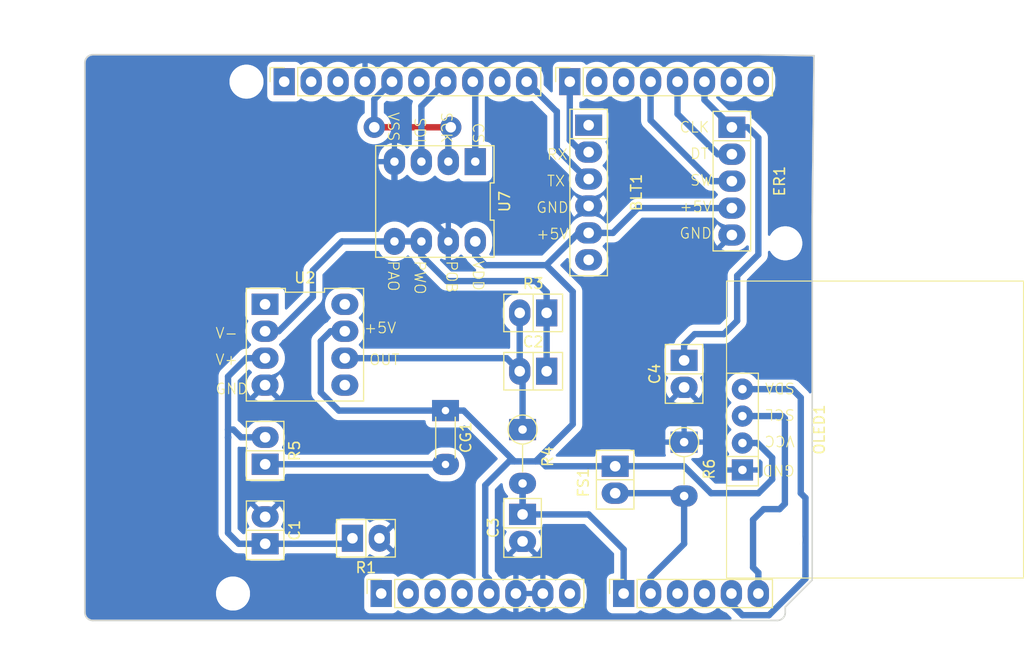
<source format=kicad_pcb>
(kicad_pcb (version 20241229) (generator "pcbnew") (generator_version "9.0")
  (title_block (date "mar. 31 mars 2015"))
  (layers (0 "F.Cu" signal) (2 "B.Cu" signal) (13 "F.Paste" user) (15 "B.Paste" user) (5 "F.SilkS" user "F.Silkscreen") (7 "B.SilkS" user "B.Silkscreen") (1 "F.Mask" user) (3 "B.Mask" user) (25 "Edge.Cuts" user))
  (net 0 "")
  (net 1 "GND")
  (net 3 "+5V")
  (net 4 "/IOREF")
  (net 5 "Net-(U2-+)")
  (net 7 "/A2")
  (net 8 "/A3")
  (net 9 "TX")
  (net 10 "RX")
  (net 12 "/12")
  (net 13 "/AREF")
  (net 14 "R2")
  (net 15 "ADC")
  (net 16 "CLK")
  (net 17 "Net-(CG1-OUT)")
  (net 18 "/*9")
  (net 19 "DT")
  (net 20 "SW")
  (net 21 "/*6")
  (net 22 "/*5")
  (net 23 "/TX{slash}1")
  (net 24 "FS")
  (net 25 "/RX{slash}0")
  (net 26 "+3V3")
  (net 27 "VCC")
  (net 28 "/~{RESET}")
  (net 29 "Net-(C2-Pad2)")
  (net 30 "SDI")
  (net 31 "SCL")
  (net 32 "SCK")
  (net 36 "CS")
  (net 37 "SDA")
  (footprint "Connector_PinSocket_2.54mm:PinSocket_1x08_P2.54mm_Vertical" (layer "F.Cu") (at 127.94 97.46 90)
    (property "Reference" "J1" (hide yes))
    (property "Value" "Power")
    (fp_line (start 1.33 -1.33) (end 1.33 0) (stroke (width 0.12)) (layer "F.SilkS"))
    (fp_line (start 0 -1.33) (end 1.33 -1.33) (stroke (width 0.12)) (layer "F.SilkS"))
    (fp_line (start 1.33 1.27) (end 1.33 19.11) (stroke (width 0.12)) (layer "F.SilkS"))
    (fp_line (start -1.33 1.27) (end 1.33 1.27) (stroke (width 0.12)) (layer "F.SilkS"))
    (fp_line (start -1.33 1.27) (end -1.33 19.11) (stroke (width 0.12)) (layer "F.SilkS"))
    (fp_line (start -1.33 19.11) (end 1.33 19.11) (stroke (width 0.12)) (layer "F.SilkS"))
    (pad "1" thru_hole rect (at 0 0 90) (size 2.54 2) (drill 1) (layers "*.Cu" "*.Mask"))
    (pad "2" thru_hole oval (at 0 2.54 90) (size 2.54 2) (drill 1) (layers "*.Cu" "*.Mask") (net 4 "/IOREF"))
    (pad "3" thru_hole oval (at 0 5.08 90) (size 2.54 2) (drill 1) (layers "*.Cu" "*.Mask") (net 28 "/~{RESET}"))
    (pad "4" thru_hole oval (at 0 7.62 90) (size 2.54 2) (drill 1) (layers "*.Cu" "*.Mask") (net 26 "+3V3"))
    (pad "5" thru_hole oval (at 0 10.16 90) (size 2.54 2) (drill 1) (layers "*.Cu" "*.Mask") (net 3 "+5V"))
    (pad "6" thru_hole oval (at 0 12.7 90) (size 2.54 2) (drill 1) (layers "*.Cu" "*.Mask") (net 1 "GND"))
    (pad "7" thru_hole oval (at 0 15.24 90) (size 2.54 2) (drill 1) (layers "*.Cu" "*.Mask") (net 1 "GND"))
    (pad "8" thru_hole oval (at 0 17.78 90) (size 2.54 2) (drill 1) (layers "*.Cu" "*.Mask") (net 27 "VCC"))
  )
  (footprint "Connector_PinSocket_2.54mm:PinSocket_1x06_P2.54mm_Vertical" (layer "F.Cu") (at 150.8 97.46 90)
    (property "Reference" "J3" (hide yes))
    (property "Value" "Analog")
    (fp_line (start 1.33 -1.33) (end 1.33 0) (stroke (width 0.12)) (layer "F.SilkS"))
    (fp_line (start 0 -1.33) (end 1.33 -1.33) (stroke (width 0.12)) (layer "F.SilkS"))
    (fp_line (start 1.33 1.27) (end 1.33 14.03) (stroke (width 0.12)) (layer "F.SilkS"))
    (fp_line (start -1.33 1.27) (end 1.33 1.27) (stroke (width 0.12)) (layer "F.SilkS"))
    (fp_line (start -1.33 1.27) (end -1.33 14.03) (stroke (width 0.12)) (layer "F.SilkS"))
    (fp_line (start -1.33 14.03) (end 1.33 14.03) (stroke (width 0.12)) (layer "F.SilkS"))
    (pad "1" thru_hole rect (at 0 0 90) (size 2.54 2) (drill 1) (layers "*.Cu" "*.Mask") (net 15 "ADC"))
    (pad "2" thru_hole oval (at 0 2.54 90) (size 2.54 2) (drill 1) (layers "*.Cu" "*.Mask") (net 24 "FS"))
    (pad "3" thru_hole oval (at 0 5.08 90) (size 2.54 2) (drill 1) (layers "*.Cu" "*.Mask") (net 7 "/A2"))
    (pad "4" thru_hole oval (at 0 7.62 90) (size 2.54 2) (drill 1) (layers "*.Cu" "*.Mask") (net 8 "/A3"))
    (pad "5" thru_hole oval (at 0 10.16 90) (size 2.54 2) (drill 1) (layers "*.Cu" "*.Mask") (net 37 "SDA"))
    (pad "6" thru_hole oval (at 0 12.7 90) (size 2.54 2) (drill 1) (layers "*.Cu" "*.Mask") (net 31 "SCL"))
  )
  (footprint "Connector_PinSocket_2.54mm:PinSocket_1x10_P2.54mm_Vertical" (layer "F.Cu") (at 118.796 49.2 90)
    (property "Reference" "J2" (hide yes))
    (property "Value" "Digital/PWM")
    (fp_line (start 1.33 -1.33) (end 1.33 0) (stroke (width 0.12)) (layer "F.SilkS"))
    (fp_line (start 0 -1.33) (end 1.33 -1.33) (stroke (width 0.12)) (layer "F.SilkS"))
    (fp_line (start 1.33 1.27) (end 1.33 24.19) (stroke (width 0.12)) (layer "F.SilkS"))
    (fp_line (start -1.33 1.27) (end 1.33 1.27) (stroke (width 0.12)) (layer "F.SilkS"))
    (fp_line (start -1.33 1.27) (end -1.33 24.19) (stroke (width 0.12)) (layer "F.SilkS"))
    (fp_line (start -1.33 24.19) (end 1.33 24.19) (stroke (width 0.12)) (layer "F.SilkS"))
    (pad "1" thru_hole rect (at 0 0 90) (size 2.54 2) (drill 1) (layers "*.Cu" "*.Mask"))
    (pad "2" thru_hole oval (at 0 2.54 90) (size 2.54 2) (drill 1) (layers "*.Cu" "*.Mask"))
    (pad "3" thru_hole oval (at 0 5.08 90) (size 2.54 2) (drill 1) (layers "*.Cu" "*.Mask") (net 13 "/AREF"))
    (pad "4" thru_hole oval (at 0 7.62 90) (size 2.54 2) (drill 1) (layers "*.Cu" "*.Mask") (net 1 "GND"))
    (pad "5" thru_hole oval (at 0 10.16 90) (size 2.54 2) (drill 1) (layers "*.Cu" "*.Mask") (net 32 "SCK"))
    (pad "6" thru_hole oval (at 0 12.7 90) (size 2.54 2) (drill 1) (layers "*.Cu" "*.Mask") (net 12 "/12"))
    (pad "7" thru_hole oval (at 0 15.24 90) (size 2.54 2) (drill 1) (layers "*.Cu" "*.Mask") (net 30 "SDI"))
    (pad "8" thru_hole oval (at 0 17.78 90) (size 2.54 2) (drill 1) (layers "*.Cu" "*.Mask") (net 36 "CS"))
    (pad "9" thru_hole oval (at 0 20.32 90) (size 2.54 2) (drill 1) (layers "*.Cu" "*.Mask") (net 18 "/*9"))
    (pad "10" thru_hole oval (at 0 22.86 90) (size 2.54 2) (drill 1) (layers "*.Cu" "*.Mask") (net 9 "TX"))
  )
  (footprint "Connector_PinSocket_2.54mm:PinSocket_1x08_P2.54mm_Vertical" (layer "F.Cu") (at 145.72 49.2 90)
    (property "Reference" "J4" (hide yes))
    (property "Value" "Digital/PWM")
    (fp_line (start 1.33 -1.33) (end 1.33 0) (stroke (width 0.12)) (layer "F.SilkS"))
    (fp_line (start 0 -1.33) (end 1.33 -1.33) (stroke (width 0.12)) (layer "F.SilkS"))
    (fp_line (start 1.33 1.27) (end 1.33 19.11) (stroke (width 0.12)) (layer "F.SilkS"))
    (fp_line (start -1.33 1.27) (end 1.33 1.27) (stroke (width 0.12)) (layer "F.SilkS"))
    (fp_line (start -1.33 1.27) (end -1.33 19.11) (stroke (width 0.12)) (layer "F.SilkS"))
    (fp_line (start -1.33 19.11) (end 1.33 19.11) (stroke (width 0.12)) (layer "F.SilkS"))
    (pad "1" thru_hole rect (at 0 0 90) (size 2.54 2) (drill 1) (layers "*.Cu" "*.Mask") (net 10 "RX"))
    (pad "2" thru_hole oval (at 0 2.54 90) (size 2.54 2) (drill 1) (layers "*.Cu" "*.Mask") (net 21 "/*6"))
    (pad "3" thru_hole oval (at 0 5.08 90) (size 2.54 2) (drill 1) (layers "*.Cu" "*.Mask") (net 22 "/*5"))
    (pad "4" thru_hole oval (at 0 7.62 90) (size 2.54 2) (drill 1) (layers "*.Cu" "*.Mask") (net 20 "SW"))
    (pad "5" thru_hole oval (at 0 10.16 90) (size 2.54 2) (drill 1) (layers "*.Cu" "*.Mask") (net 19 "DT"))
    (pad "6" thru_hole oval (at 0 12.7 90) (size 2.54 2) (drill 1) (layers "*.Cu" "*.Mask") (net 16 "CLK"))
    (pad "7" thru_hole oval (at 0 15.24 90) (size 2.54 2) (drill 1) (layers "*.Cu" "*.Mask") (net 23 "/TX{slash}1"))
    (pad "8" thru_hole oval (at 0 17.78 90) (size 2.54 2) (drill 1) (layers "*.Cu" "*.Mask") (net 25 "/RX{slash}0"))
  )
  (footprint "Ma_Library_huella:R" (layer "F.Cu") (at 126.5 92.25)
    (property "Reference" "R1" (at 0 2.77 0) (layer "F.SilkS"))
    (property "Value" "100k")
    (fp_line (start -2.77 -1.77) (end 2.77 -1.77) (stroke (width 0.12)) (layer "F.SilkS"))
    (fp_line (start -2.77 1.77) (end -2.77 -1.77) (stroke (width 0.12)) (layer "F.SilkS"))
    (fp_line (start 0 -1.77) (end 0 1.77) (stroke (width 0.12)) (layer "F.SilkS"))
    (fp_line (start 2.77 -1.77) (end 2.77 1.77) (stroke (width 0.12)) (layer "F.SilkS"))
    (fp_line (start 2.77 1.77) (end -2.77 1.77) (stroke (width 0.12)) (layer "F.SilkS"))
    (pad "1" thru_hole rect (at -1.27 0) (size 2 2.54) (drill 1) (layers "*.Cu" "*.Mask") (net 5 "Net-(U2-+)"))
    (pad "2" thru_hole oval (at 1.27 0) (size 2 2.54) (drill 1) (layers "*.Cu" "*.Mask") (net 1 "GND"))
  )
  (footprint "Ma_Library_huella:C" (layer "F.Cu") (at 117 91.5 90)
    (property "Reference" "C1" (at 0 2.77 90) (layer "F.SilkS"))
    (property "Value" "100n")
    (fp_line (start 2.77 -1.77) (end 2.77 1.77) (stroke (width 0.12)) (layer "F.SilkS"))
    (fp_line (start 0 -1.77) (end 0 1.77) (stroke (width 0.12)) (layer "F.SilkS"))
    (fp_line (start -2.77 -1.77) (end 2.77 -1.77) (stroke (width 0.12)) (layer "F.SilkS"))
    (fp_line (start 2.77 1.77) (end -2.77 1.77) (stroke (width 0.12)) (layer "F.SilkS"))
    (fp_line (start -2.77 1.77) (end -2.77 -1.77) (stroke (width 0.12)) (layer "F.SilkS"))
    (pad "1" thru_hole rect (at -1.27 0 90) (size 2 2.54) (drill 1) (layers "*.Cu" "*.Mask") (net 5 "Net-(U2-+)"))
    (pad "2" thru_hole oval (at 1.27 0 90) (size 2 2.54) (drill 1) (layers "*.Cu" "*.Mask") (net 1 "GND"))
  )
  (footprint "Ma_Library_huella:Potentiomètre" (layer "F.Cu") (at 133 60.5 180)
    (property "Reference" "U7" (at -6.58 0 90) (layer "F.SilkS"))
    (property "Value" "MCP41050")
    (fp_line (start 5.58 5.26) (end 5.58 -5.26) (stroke (width 0.12)) (layer "F.SilkS"))
    (fp_line (start 5.58 -5.26) (end -5.58 -5.26) (stroke (width 0.12)) (layer "F.SilkS"))
    (fp_line (start -5.22 1.753333) (end -5.58 1.753333) (stroke (width 0.12)) (layer "F.SilkS"))
    (fp_line (start -5.22 -1.753333) (end -5.22 1.753333) (stroke (width 0.12)) (layer "F.SilkS"))
    (fp_line (start -5.58 5.26) (end 5.58 5.26) (stroke (width 0.12)) (layer "F.SilkS"))
    (fp_line (start -5.58 1.753333) (end -5.58 5.26) (stroke (width 0.12)) (layer "F.SilkS"))
    (fp_line (start -5.58 -1.753333) (end -5.22 -1.753333) (stroke (width 0.12)) (layer "F.SilkS"))
    (fp_line (start -5.58 -5.26) (end -5.58 -1.753333) (stroke (width 0.12)) (layer "F.SilkS"))
    (fp_text user "SCK" (at -0.5 8.5 270) (layer "F.SilkS") (effects (font (thickness 0.1)) (justify left bottom)))
    (fp_text user "PAO" (at 4.5 -5.5 270) (layer "F.SilkS") (effects (font (thickness 0.1)) (justify left bottom)))
    (fp_text user "CS" (at -3.5 7.5 270) (layer "F.SilkS") (effects (font (thickness 0.1)) (justify left bottom)))
    (fp_text user "SDI" (at 2 8 270) (layer "F.SilkS") (effects (font (thickness 0.1)) (justify left bottom)))
    (fp_text user "VDD" (at -3.5 -5.5 270) (layer "F.SilkS") (effects (font (thickness 0.1)) (justify left bottom)))
    (fp_text user "VSS" (at 4.5 8.5 270) (layer "F.SilkS") (effects (font (thickness 0.1)) (justify left bottom)))
    (fp_text user "PWO" (at 2 -5.5 270) (layer "F.SilkS") (effects (font (thickness 0.1)) (justify left bottom)))
    (fp_text user "POB" (at -1 -5.5 270) (layer "F.SilkS") (effects (font (thickness 0.1)) (justify left bottom)))
    (pad "1" thru_hole rect (at -3.81 3.76 180) (size 2 2.54) (drill 0.8) (layers "*.Cu" "*.Mask") (net 36 "CS"))
    (pad "2" thru_hole oval (at -1.27 3.76 180) (size 2 2.54) (drill 0.8) (layers "*.Cu" "*.Mask") (net 32 "SCK"))
    (pad "3" thru_hole oval (at 1.27 3.76 180) (size 2 2.54) (drill 0.8) (layers "*.Cu" "*.Mask") (net 30 "SDI"))
    (pad "4" thru_hole oval (at 3.81 3.76 180) (size 2 2.54) (drill 0.8) (layers "*.Cu" "*.Mask") (net 1 "GND"))
    (pad "5" thru_hole oval (at 3.81 -3.76 180) (size 2 2.54) (drill 0.8) (layers "*.Cu" "*.Mask") (net 14 "R2"))
    (pad "6" thru_hole oval (at 1.27 -3.76 180) (size 2 2.54) (drill 0.8) (layers "*.Cu" "*.Mask") (net 14 "R2"))
    (pad "7" thru_hole oval (at -1.27 -3.76 180) (size 2 2.54) (drill 0.8) (layers "*.Cu" "*.Mask") (net 1 "GND"))
    (pad "8" thru_hole oval (at -3.81 -3.76 180) (size 2 2.54) (drill 1) (layers "*.Cu" "*.Mask") (net 3 "+5V"))
  )
  (footprint "Ma_Library_huella:R" (layer "F.Cu") (at 142.27 71 180)
    (property "Reference" "R3" (at 0 2.77 0) (layer "F.SilkS"))
    (property "Value" "100k")
    (fp_line (start 2.77 1.77) (end -2.77 1.77) (stroke (width 0.12)) (layer "F.SilkS"))
    (fp_line (start 2.77 -1.77) (end 2.77 1.77) (stroke (width 0.12)) (layer "F.SilkS"))
    (fp_line (start 0 -1.77) (end 0 1.77) (stroke (width 0.12)) (layer "F.SilkS"))
    (fp_line (start -2.77 1.77) (end -2.77 -1.77) (stroke (width 0.12)) (layer "F.SilkS"))
    (fp_line (start -2.77 -1.77) (end 2.77 -1.77) (stroke (width 0.12)) (layer "F.SilkS"))
    (pad "1" thru_hole rect (at -1.27 0 180) (size 2 2.54) (drill 1) (layers "*.Cu" "*.Mask") (net 14 "R2"))
    (pad "2" thru_hole oval (at 1.27 0 180) (size 2 2.54) (drill 1) (layers "*.Cu" "*.Mask") (net 29 "Net-(C2-Pad2)"))
  )
  (footprint "Ma_Library_huella:OLED1306" (layer "F.Cu") (at 162 82 90)
    (property "Reference" "OLED1" (at 0 7.25 90) (layer "F.SilkS"))
    (property "Value" "~")
    (fp_line (start 5.31 -1.5) (end 5.31 1.5) (stroke (width 0.12)) (layer "F.SilkS"))
    (fp_line (start -2.54 -1.5) (end -2.54 1.5) (stroke (width 0.12)) (layer "F.SilkS"))
    (fp_line (start -5.31 -1.5) (end 5.31 -1.5) (stroke (width 0.12)) (layer "F.SilkS"))
    (fp_line (start 5.31 1.5) (end -5.31 1.5) (stroke (width 0.12)) (layer "F.SilkS"))
    (fp_line (start -5.31 1.5) (end -5.31 -1.5) (stroke (width 0.12)) (layer "F.SilkS"))
    (fp_rect (start -14 -1.5) (end 14 26.5) (stroke (width 0.1)) (fill no) (layer "F.SilkS"))
    (fp_text user "GND" (at -3.25 5 180) (layer "F.SilkS") (effects (font (thickness 0.1)) (justify left bottom)))
    (fp_text user "SCL" (at 2 5 180) (layer "F.SilkS") (effects (font (thickness 0.1)) (justify left bottom)))
    (fp_text user "VCC" (at -0.5 5 180) (layer "F.SilkS") (effects (font (thickness 0.1)) (justify left bottom)))
    (fp_text user "SDA" (at 4.5 5 180) (layer "F.SilkS") (effects (font (thickness 0.1)) (justify left bottom)))
    (pad "1" thru_hole rect (at -3.81 0 90) (size 2 2) (drill 0.8) (layers "*.Cu" "*.Mask") (net 1 "GND"))
    (pad "2" thru_hole circle (at -1.27 0 90) (size 2 2) (drill 0.8) (layers "*.Cu" "*.Mask") (net 3 "+5V"))
    (pad "3" thru_hole circle (at 1.27 0 90) (size 2 2) (drill 0.8) (layers "*.Cu" "*.Mask") (net 31 "SCL"))
    (pad "4" thru_hole circle (at 3.81 0 90) (size 2 2) (drill 0.8) (layers "*.Cu" "*.Mask") (net 37 "SDA"))
  )
  (footprint "Resistor_THT:R_Axial_DIN0207_L6.3mm_D2.5mm_P5.08mm_Vertical" (layer "F.Cu") (at 156.5 83.185 -90)
    (property "Reference" "R6" (at 2.54 -2.37 270) (layer "F.SilkS"))
    (property "Value" "47k")
    (fp_line (start 1.37 0) (end 3.98 0) (stroke (width 0.12)) (layer "F.SilkS"))
    (fp_circle (center 0 0) (end 1.37 0) (stroke (width 0.12)) (fill no) (layer "F.SilkS"))
    (pad "1" thru_hole rect (at 0 0 270) (size 2 2.54) (drill 0.8) (layers "*.Cu" "*.Mask") (net 1 "GND"))
    (pad "2" thru_hole oval (at 5.08 0 270) (size 2 2.54) (drill 0.8) (layers "*.Cu" "*.Mask") (net 24 "FS"))
  )
  (footprint "Ma_Library_huella:Bluetooth" (layer "F.Cu") (at 147.5 59.65 -90)
    (property "Reference" "BLT1" (at 0 -4.5 90) (layer "F.SilkS"))
    (property "Value" "~")
    (fp_line (start -7.85 1.77) (end -7.85 -1.77) (stroke (width 0.12)) (layer "F.SilkS"))
    (fp_line (start 7.85 1.77) (end -7.85 1.77) (stroke (width 0.12)) (layer "F.SilkS"))
    (fp_line (start -7.85 -1.77) (end 7.85 -1.77) (stroke (width 0.12)) (layer "F.SilkS"))
    (fp_line (start -5.08 -1.77) (end -5.08 1.77) (stroke (width 0.12)) (layer "F.SilkS"))
    (fp_line (start 7.85 -1.77) (end 7.85 1.77) (stroke (width 0.12)) (layer "F.SilkS"))
    (fp_text user "TX" (at -0.5 4 0) (layer "F.SilkS") (effects (font (thickness 0.1)) (justify left bottom)))
    (fp_text user "RX" (at -3 4 0) (layer "F.SilkS") (effects (font (thickness 0.1)) (justify left bottom)))
    (fp_text user "GND" (at 2 5 0) (layer "F.SilkS") (effects (font (thickness 0.1)) (justify left bottom)))
    (fp_text user "+5V" (at 4.5 5 0) (layer "F.SilkS") (effects (font (thickness 0.1)) (justify left bottom)))
    (pad "1" thru_hole rect (at -6.35 0 270) (size 2 2.54) (drill 1) (layers "*.Cu" "*.Mask"))
    (pad "2" thru_hole oval (at -3.81 0 270) (size 2 2.54) (drill 1) (layers "*.Cu" "*.Mask") (net 10 "RX"))
    (pad "3" thru_hole oval (at -1.27 0 270) (size 2 2.54) (drill 1) (layers "*.Cu" "*.Mask") (net 9 "TX"))
    (pad "4" thru_hole oval (at 1.27 0 270) (size 2 2.54) (drill 1) (layers "*.Cu" "*.Mask") (net 1 "GND"))
    (pad "5" thru_hole oval (at 3.81 0 270) (size 2 2.54) (drill 1) (layers "*.Cu" "*.Mask") (net 3 "+5V"))
    (pad "6" thru_hole oval (at 6.35 0 270) (size 2 2.54) (drill 1) (layers "*.Cu" "*.Mask"))
  )
  (footprint "Ma_Library_huella:C" (layer "F.Cu") (at 156.5 76.75 -90)
    (property "Reference" "C4" (at 0 2.77 90) (layer "F.SilkS"))
    (property "Value" "100n")
    (fp_line (start -2.77 1.77) (end -2.77 -1.77) (stroke (width 0.12)) (layer "F.SilkS"))
    (fp_line (start 2.77 1.77) (end -2.77 1.77) (stroke (width 0.12)) (layer "F.SilkS"))
    (fp_line (start -2.77 -1.77) (end 2.77 -1.77) (stroke (width 0.12)) (layer "F.SilkS"))
    (fp_line (start 0 -1.77) (end 0 1.77) (stroke (width 0.12)) (layer "F.SilkS"))
    (fp_line (start 2.77 -1.77) (end 2.77 1.77) (stroke (width 0.12)) (layer "F.SilkS"))
    (pad "1" thru_hole rect (at -1.27 0 270) (size 2 2.54) (drill 1) (layers "*.Cu" "*.Mask") (net 16 "CLK"))
    (pad "2" thru_hole oval (at 1.27 0 270) (size 2 2.54) (drill 1) (layers "*.Cu" "*.Mask") (net 1 "GND"))
  )
  (footprint "Ma_Library_huella:R" (layer "F.Cu") (at 117 84 90)
    (property "Reference" "R5" (at 0 2.77 90) (layer "F.SilkS"))
    (property "Value" "10k")
    (fp_line (start 2.77 -1.77) (end 2.77 1.77) (stroke (width 0.12)) (layer "F.SilkS"))
    (fp_line (start 0 -1.77) (end 0 1.77) (stroke (width 0.12)) (layer "F.SilkS"))
    (fp_line (start -2.77 -1.77) (end 2.77 -1.77) (stroke (width 0.12)) (layer "F.SilkS"))
    (fp_line (start 2.77 1.77) (end -2.77 1.77) (stroke (width 0.12)) (layer "F.SilkS"))
    (fp_line (start -2.77 1.77) (end -2.77 -1.77) (stroke (width 0.12)) (layer "F.SilkS"))
    (pad "1" thru_hole rect (at -1.27 0 90) (size 2 2.54) (drill 1) (layers "*.Cu" "*.Mask") (net 17 "Net-(CG1-OUT)"))
    (pad "2" thru_hole oval (at 1.27 0 90) (size 2 2.54) (drill 1) (layers "*.Cu" "*.Mask") (net 5 "Net-(U2-+)"))
  )
  (footprint "Ma_Library_huella:C" (layer "F.Cu") (at 141.27 91.27 -90)
    (property "Reference" "C3" (at 0 2.77 90) (layer "F.SilkS"))
    (property "Value" "100n")
    (fp_line (start -2.77 1.77) (end -2.77 -1.77) (stroke (width 0.12)) (layer "F.SilkS"))
    (fp_line (start 2.77 1.77) (end -2.77 1.77) (stroke (width 0.12)) (layer "F.SilkS"))
    (fp_line (start -2.77 -1.77) (end 2.77 -1.77) (stroke (width 0.12)) (layer "F.SilkS"))
    (fp_line (start 0 -1.77) (end 0 1.77) (stroke (width 0.12)) (layer "F.SilkS"))
    (fp_line (start 2.77 -1.77) (end 2.77 1.77) (stroke (width 0.12)) (layer "F.SilkS"))
    (pad "1" thru_hole rect (at -1.27 0 270) (size 2 2.54) (drill 1) (layers "*.Cu" "*.Mask") (net 15 "ADC"))
    (pad "2" thru_hole oval (at 1.27 0 270) (size 2 2.54) (drill 1) (layers "*.Cu" "*.Mask") (net 1 "GND"))
  )
  (footprint "Arduino_MountingHole:MountingHole_3.2mm" (layer "F.Cu") (at 115.24 49.2)
    (property "Reference" "MH1" (hide yes))
    (property "Value" "MountingHole_3.2mm" (hide yes))
    (pad "" np_thru_hole circle (at 0 0) (size 3.2 3.2) (drill 3.2) (layers "*.Cu" "*.Mask"))
  )
  (footprint "Ma_Library_huella:AOP_LTC1050" (layer "F.Cu") (at 120.75 74 -90)
    (property "Reference" "U2" (at -6.31 0 0) (layer "F.SilkS"))
    (property "Value" "LTC1050")
    (fp_line (start -5.31 5.53) (end 5.31 5.53) (stroke (width 0.12)) (layer "F.SilkS"))
    (fp_line (start 5.31 5.53) (end 5.31 -5.53) (stroke (width 0.12)) (layer "F.SilkS"))
    (fp_line (start -5.31 1.843333) (end -5.31 5.53) (stroke (width 0.12)) (layer "F.SilkS"))
    (fp_line (start -4.95 1.843333) (end -5.31 1.843333) (stroke (width 0.12)) (layer "F.SilkS"))
    (fp_line (start -5.31 -1.843333) (end -4.95 -1.843333) (stroke (width 0.12)) (layer "F.SilkS"))
    (fp_line (start -4.95 -1.843333) (end -4.95 1.843333) (stroke (width 0.12)) (layer "F.SilkS"))
    (fp_line (start -5.31 -5.53) (end -5.31 -1.843333) (stroke (width 0.12)) (layer "F.SilkS"))
    (fp_line (start 5.31 -5.53) (end -5.31 -5.53) (stroke (width 0.12)) (layer "F.SilkS"))
    (fp_text user "+5V" (at -1 -5.5 0) (layer "F.SilkS") (effects (font (thickness 0.1)) (justify left bottom)))
    (fp_text user "V+" (at 2 8.5 0) (layer "F.SilkS") (effects (font (thickness 0.1)) (justify left bottom)))
    (fp_text user "OUT" (at 2 -6 0) (layer "F.SilkS") (effects (font (thickness 0.1)) (justify left bottom)))
    (fp_text user "GND" (at 4.75 8.5 0) (layer "F.SilkS") (effects (font (thickness 0.1)) (justify left bottom)))
    (fp_text user "V-" (at -0.5 8.5 0) (layer "F.SilkS") (effects (font (thickness 0.1)) (justify left bottom)))
    (pad "1" thru_hole rect (at -3.81 3.76 270) (size 2 2.54) (drill 1) (layers "*.Cu" "*.Mask"))
    (pad "2" thru_hole oval (at -1.27 3.76 270) (size 2 2.54) (drill 1) (layers "*.Cu" "*.Mask") (net 14 "R2"))
    (pad "3" thru_hole oval (at 1.27 3.76 270) (size 2 2.54) (drill 1) (layers "*.Cu" "*.Mask") (net 5 "Net-(U2-+)"))
    (pad "4" thru_hole oval (at 3.81 3.76 270) (size 2 2.54) (drill 1) (layers "*.Cu" "*.Mask") (net 1 "GND"))
    (pad "5" thru_hole oval (at 3.81 -3.76 270) (size 2 2.54) (drill 1) (layers "*.Cu" "*.Mask"))
    (pad "6" thru_hole oval (at 1.27 -3.76 270) (size 2 2.54) (drill 1) (layers "*.Cu" "*.Mask") (net 29 "Net-(C2-Pad2)"))
    (pad "7" thru_hole oval (at -1.27 -3.76 270) (size 2 2.54) (drill 1) (layers "*.Cu" "*.Mask") (net 3 "+5V"))
    (pad "8" thru_hole oval (at -3.81 -3.76 270) (size 2 2.54) (drill 1) (layers "*.Cu" "*.Mask"))
  )
  (footprint "Ma_Library_huella:Encodeur rotatif" (layer "F.Cu") (at 161 58.58 -90)
    (property "Reference" "ER1" (at 0 -4.5 90) (layer "F.SilkS"))
    (property "Value" "~")
    (fp_line (start -6.58 1.77) (end -6.58 -1.77) (stroke (width 0.12)) (layer "F.SilkS"))
    (fp_line (start 6.58 1.77) (end -6.58 1.77) (stroke (width 0.12)) (layer "F.SilkS"))
    (fp_line (start -6.58 -1.77) (end 6.58 -1.77) (stroke (width 0.12)) (layer "F.SilkS"))
    (fp_line (start -3.81 -1.77) (end -3.81 1.77) (stroke (width 0.12)) (layer "F.SilkS"))
    (fp_line (start 6.58 -1.77) (end 6.58 1.77) (stroke (width 0.12)) (layer "F.SilkS"))
    (fp_text user "CLK" (at -4.5 5 0) (layer "F.SilkS") (effects (font (thickness 0.1)) (justify left bottom)))
    (fp_text user "GND" (at 5.5 5 0) (layer "F.SilkS") (effects (font (thickness 0.1)) (justify left bottom)))
    (fp_text user "+5V" (at 3 5 0) (layer "F.SilkS") (effects (font (thickness 0.1)) (justify left bottom)))
    (fp_text user "SW" (at 0.5 4 0) (layer "F.SilkS") (effects (font (thickness 0.1)) (justify left bottom)))
    (fp_text user "DT" (at -2 4 0) (layer "F.SilkS") (effects (font (thickness 0.1)) (justify left bottom)))
    (pad "1" thru_hole rect (at -5.08 0 270) (size 2 2.54) (drill 1) (layers "*.Cu" "*.Mask") (net 16 "CLK"))
    (pad "2" thru_hole oval (at -2.54 0 270) (size 2 2.54) (drill 1) (layers "*.Cu" "*.Mask") (net 19 "DT"))
    (pad "3" thru_hole oval (at 0 0 270) (size 2 2.54) (drill 1) (layers "*.Cu" "*.Mask") (net 20 "SW"))
    (pad "4" thru_hole oval (at 2.54 0 270) (size 2 2.54) (drill 1) (layers "*.Cu" "*.Mask") (net 3 "+5V"))
    (pad "5" thru_hole oval (at 5.08 0 270) (size 2 2.54) (drill 1) (layers "*.Cu" "*.Mask") (net 1 "GND"))
  )
  (footprint "Ma_Library_huella:FlexSensor" (layer "F.Cu") (at 150 86.73 -90)
    (property "Reference" "FS1" (at 0.27 3 90) (layer "F.SilkS"))
    (property "Value" "~")
    (fp_line (start -2.77 1.77) (end -2.77 -1.77) (stroke (width 0.12)) (layer "F.SilkS"))
    (fp_line (start 2.77 1.77) (end -2.77 1.77) (stroke (width 0.12)) (layer "F.SilkS"))
    (fp_line (start -2.77 -1.77) (end 2.77 -1.77) (stroke (width 0.12)) (layer "F.SilkS"))
    (fp_line (start 0 -1.77) (end 0 1.77) (stroke (width 0.12)) (layer "F.SilkS"))
    (fp_line (start 2.77 -1.77) (end 2.77 1.77) (stroke (width 0.12)) (layer "F.SilkS"))
    (pad "1" thru_hole rect (at -1.27 0 270) (size 2 2.54) (drill 1) (layers "*.Cu" "*.Mask") (net 3 "+5V"))
    (pad "2" thru_hole oval (at 1.27 0 270) (size 2 2.54) (drill 1) (layers "*.Cu" "*.Mask") (net 24 "FS"))
  )
  (footprint "Resistor_THT:R_Axial_DIN0207_L6.3mm_D2.5mm_P5.08mm_Vertical" (layer "F.Cu") (at 141.27 82 -90)
    (property "Reference" "R4" (at 2.54 -2.37 270) (layer "F.SilkS"))
    (property "Value" "1k")
    (fp_line (start 1.37 0) (end 3.98 0) (stroke (width 0.12)) (layer "F.SilkS"))
    (fp_circle (center 0 0) (end 1.37 0) (stroke (width 0.12)) (fill no) (layer "F.SilkS"))
    (pad "1" thru_hole rect (at 0 0 270) (size 2 2.54) (drill 0.8) (layers "*.Cu" "*.Mask") (net 29 "Net-(C2-Pad2)"))
    (pad "2" thru_hole oval (at 5.08 0 270) (size 2 2.54) (drill 0.8) (layers "*.Cu" "*.Mask") (net 15 "ADC"))
  )
  (footprint "Resistor_THT:R_Axial_DIN0204_L3.6mm_D1.6mm_P5.08mm_Horizontal" (layer "F.Cu") (at 134 80.21 -90)
    (property "Reference" "CG1" (at 2.54 -1.92 270) (layer "F.SilkS"))
    (property "Value" "~")
    (fp_line (start 0.62 0.92) (end 4.46 0.92) (stroke (width 0.12)) (layer "F.SilkS"))
    (fp_line (start 0.62 -0.92) (end 4.46 -0.92) (stroke (width 0.12)) (layer "F.SilkS"))
    (pad "1" thru_hole rect (at 0 0 270) (size 2 2.54) (drill 0.7) (layers "*.Cu" "*.Mask") (net 3 "+5V"))
    (pad "2" thru_hole oval (at 5.08 0 270) (size 2 2.54) (drill 0.7) (layers "*.Cu" "*.Mask") (net 17 "Net-(CG1-OUT)"))
  )
  (footprint "Ma_Library_huella:C" (layer "F.Cu") (at 142.27 76.5 180)
    (property "Reference" "C2" (at 0 2.77 0) (layer "F.SilkS"))
    (property "Value" "1u")
    (fp_line (start 2.77 1.77) (end -2.77 1.77) (stroke (width 0.12)) (layer "F.SilkS"))
    (fp_line (start 2.77 -1.77) (end 2.77 1.77) (stroke (width 0.12)) (layer "F.SilkS"))
    (fp_line (start 0 -1.77) (end 0 1.77) (stroke (width 0.12)) (layer "F.SilkS"))
    (fp_line (start -2.77 1.77) (end -2.77 -1.77) (stroke (width 0.12)) (layer "F.SilkS"))
    (fp_line (start -2.77 -1.77) (end 2.77 -1.77) (stroke (width 0.12)) (layer "F.SilkS"))
    (pad "1" thru_hole rect (at -1.27 0 180) (size 2 2.54) (drill 1) (layers "*.Cu" "*.Mask") (net 14 "R2"))
    (pad "2" thru_hole oval (at 1.27 0 180) (size 2 2.54) (drill 1) (layers "*.Cu" "*.Mask") (net 29 "Net-(C2-Pad2)"))
  )
  (footprint "Arduino_MountingHole:MountingHole_3.2mm" (layer "F.Cu") (at 113.97 97.46)
    (property "Reference" "MH2" (hide yes))
    (property "Value" "MountingHole_3.2mm" (hide yes))
    (pad "" np_thru_hole circle (at 0 0) (size 3.2 3.2) (drill 3.2) (layers "*.Cu" "*.Mask"))
  )
  (footprint "Arduino_MountingHole:MountingHole_3.2mm" (layer "F.Cu") (at 166.04 64.44)
    (property "Reference" "MH3" (hide yes))
    (property "Value" "MountingHole_3.2mm" (hide yes))
    (pad "" np_thru_hole circle (at 0 0) (size 3.2 3.2) (drill 3.2) (layers "*.Cu" "*.Mask"))
  )
  (footprint "Arduino_MountingHole:MountingHole_3.2mm" (layer "F.Cu") (at 166.04 92.38)
    (property "Reference" "MH4" (hide yes))
    (property "Value" "MountingHole_3.2mm" (hide yes))
    (pad "" np_thru_hole circle (at 0 0) (size 3.2 3.2) (drill 3.2) (layers "*.Cu" "*.Mask"))
  )
  (gr_line (start 168.75 46.75) (end 168.58 61.9) (stroke (width 0.15)) (layer "Edge.Cuts"))
  (gr_line (start 100 99.238) (end 100 47.422) (stroke (width 0.15)) (layer "Edge.Cuts"))
  (gr_line (start 168.58 61.9) (end 168.58 96.19) (stroke (width 0.15)) (layer "Edge.Cuts"))
  (gr_line (start 165.278 100) (end 100.762 100) (stroke (width 0.15)) (layer "Edge.Cuts"))
  (gr_line (start 100.762 46.66) (end 163.5 46.66) (stroke (width 0.15)) (layer "Edge.Cuts"))
  (gr_arc (start 100.762 100) (mid 100.223185 99.776815) (end 100 99.238) (stroke (width 0.15)) (layer "Edge.Cuts"))
  (gr_line (start 168.58 96.19) (end 166.04 98.73) (stroke (width 0.15)) (layer "Edge.Cuts"))
  (gr_line (start 163.5 46.66) (end 168.75 46.75) (stroke (width 0.15)) (layer "Edge.Cuts"))
  (gr_arc (start 166.04 99.238) (mid 165.816815 99.776815) (end 165.278 100) (stroke (width 0.15)) (layer "Edge.Cuts"))
  (gr_line (start 166.04 98.73) (end 166.04 99.238) (stroke (width 0.15)) (layer "Edge.Cuts"))
  (gr_arc (start 100 47.422) (mid 100.223185 46.883185) (end 100.762 46.66) (stroke (width 0.15)) (layer "Edge.Cuts"))
  (gr_text "Mélissande Evrard\nSofía Manzueta" (at 101.5 67.5 270) (layer "B.Cu") (effects (font (size 1.5 1.5) (thickness 0.3) (bold yes)) (justify left bottom)))
  (segment (start 134.27 63.84158) (end 134.27 64.26) (width 0.6) (layer "B.Cu") (net 1))
  (segment (start 129.19 56.74) (end 129.19 58.76158) (width 0.6) (layer "B.Cu") (net 1))
  (segment (start 129.19 58.76158) (end 134.27 63.84158) (width 0.6) (layer "B.Cu") (net 1))
  (segment (start 150 85.46) (end 156.5 85.46) (width 0.6) (layer "B.Cu") (net 3))
  (segment (start 135.71 80.21) (end 140.5 85) (width 0.6) (layer "B.Cu") (net 3))
  (segment (start 164.799 84.654787) (end 164.799 86.701) (width 0.6) (layer "B.Cu") (net 3))
  (segment (start 143.46 85.46) (end 150 85.46) (width 0.6) (layer "B.Cu") (net 3))
  (segment (start 149.79 63.46) (end 152.13 61.12) (width 0.6) (layer "B.Cu") (net 3))
  (segment (start 123.95158 80.21) (end 122.25 78.50842) (width 0.6) (layer "B.Cu") (net 3))
  (segment (start 140.5 85) (end 142.5 85) (width 0.6) (layer "B.Cu") (net 3))
  (segment (start 163.414213 83.27) (end 164.799 84.654787) (width 0.6) (layer "B.Cu") (net 3))
  (segment (start 147.5 63.46) (end 149.79 63.46) (width 0.6) (layer "B.Cu") (net 3))
  (segment (start 140 85) (end 140.5 85) (width 0.6) (layer "B.Cu") (net 3))
  (segment (start 163.5 88) (end 159.04 88) (width 0.6) (layer "B.Cu") (net 3))
  (segment (start 152.13 61.12) (end 161 61.12) (width 0.6) (layer "B.Cu") (net 3))
  (segment (start 138.1 96.1) (end 137.75 95.75) (width 0.6) (layer "B.Cu") (net 3))
  (segment (start 136.81 65.56) (end 136.81 64.26) (width 0.6) (layer "B.Cu") (net 3))
  (segment (start 146.54 63.46) (end 147.5 63.46) (width 0.6) (layer "B.Cu") (net 3))
  (segment (start 159.87 61.12) (end 161 61.12) (width 0.6) (layer "B.Cu") (net 3))
  (segment (start 137.75 95.75) (end 137.75 87.25) (width 0.6) (layer "B.Cu") (net 3))
  (segment (start 134 80.21) (end 123.95158 80.21) (width 0.6) (layer "B.Cu") (net 3))
  (segment (start 123.18 72.73) (end 124.51 72.73) (width 0.6) (layer "B.Cu") (net 3))
  (segment (start 142.5 85) (end 143 85) (width 0.6) (layer "B.Cu") (net 3))
  (segment (start 143.5 66.5) (end 137.75 66.5) (width 0.6) (layer "B.Cu") (net 3))
  (segment (start 142.5 85) (end 146 81.5) (width 0.6) (layer "B.Cu") (net 3))
  (segment (start 143 85) (end 143.46 85.46) (width 0.6) (layer "B.Cu") (net 3))
  (segment (start 137.75 87.25) (end 140 85) (width 0.6) (layer "B.Cu") (net 3))
  (segment (start 122.25 78.50842) (end 122.25 73.66) (width 0.6) (layer "B.Cu") (net 3))
  (segment (start 159.04 88) (end 156.5 85.46) (width 0.6) (layer "B.Cu") (net 3))
  (segment (start 146 69) (end 146 81.5) (width 0.6) (layer "B.Cu") (net 3))
  (segment (start 137.75 66.5) (end 136.81 65.56) (width 0.6) (layer "B.Cu") (net 3))
  (segment (start 164.799 86.701) (end 163.5 88) (width 0.6) (layer "B.Cu") (net 3))
  (segment (start 143.5 66.5) (end 146.54 63.46) (width 0.6) (layer "B.Cu") (net 3))
  (segment (start 143.5 66.5) (end 146 69) (width 0.6) (layer "B.Cu") (net 3))
  (segment (start 138.1 97.46) (end 138.1 96.1) (width 0.6) (layer "B.Cu") (net 3))
  (segment (start 134 80.21) (end 135.71 80.21) (width 0.6) (layer "B.Cu") (net 3))
  (segment (start 122.25 73.66) (end 123.18 72.73) (width 0.6) (layer "B.Cu") (net 3))
  (segment (start 162 83.27) (end 163.414213 83.27) (width 0.6) (layer "B.Cu") (net 3))
  (segment (start 114.52 92.77) (end 113.5 91.75) (width 0.6) (layer "B.Cu") (net 5))
  (segment (start 113.52 82.73) (end 113.5 82.75) (width 0.6) (layer "B.Cu") (net 5))
  (segment (start 114.73 82.73) (end 117 82.73) (width 0.6) (layer "B.Cu") (net 5))
  (segment (start 114 82) (end 114.73 82.73) (width 0.6) (layer "B.Cu") (net 5))
  (segment (start 117 92.77) (end 124.71 92.77) (width 0.6) (layer "B.Cu") (net 5))
  (segment (start 113.5 82) (end 114 82) (width 0.6) (layer "B.Cu") (net 5))
  (segment (start 124.71 92.77) (end 125.23 92.25) (width 0.6) (layer "B.Cu") (net 5))
  (segment (start 113.5 82) (end 113.5 82.75) (width 0.6) (layer "B.Cu") (net 5))
  (segment (start 115.23 75.27) (end 113.5 77) (width 0.6) (layer "B.Cu") (net 5))
  (segment (start 113.5 91.75) (end 113.5 82.75) (width 0.6) (layer "B.Cu") (net 5))
  (segment (start 117 92.77) (end 114.52 92.77) (width 0.6) (layer "B.Cu") (net 5))
  (segment (start 113.5 77) (end 113.5 82) (width 0.6) (layer "B.Cu") (net 5))
  (segment (start 116.99 75.27) (end 115.23 75.27) (width 0.6) (layer "B.Cu") (net 5))
  (segment (start 144.456 52) (end 144.5 52) (width 0.6) (layer "B.Cu") (net 9))
  (segment (start 144.5 55.54) (end 147.5 58.54) (width 0.6) (layer "B.Cu") (net 9))
  (segment (start 144.5 52) (end 144.5 55.54) (width 0.6) (layer "B.Cu") (net 9))
  (segment (start 141.656 49.2) (end 144.456 52) (width 0.6) (layer "B.Cu") (net 9))
  (segment (start 147 56) (end 145.72 54.72) (width 0.6) (layer "B.Cu") (net 10))
  (segment (start 147.5 56) (end 147 56) (width 0.6) (layer "B.Cu") (net 10))
  (segment (start 145.72 54.72) (end 145.72 49.2) (width 0.6) (layer "B.Cu") (net 10))
  (segment (start 131.73 64.26) (end 131.73 65.59) (width 0.6) (layer "B.Cu") (net 14))
  (segment (start 134.14 68) (end 142.5 68) (width 0.6) (layer "B.Cu") (net 14))
  (segment (start 129.19 64.26) (end 131.73 64.26) (width 0.6) (layer "B.Cu") (net 14))
  (segment (start 143.54 69.04) (end 143.54 71) (width 0.6) (layer "B.Cu") (net 14))
  (segment (start 142.5 68) (end 143.54 69.04) (width 0.6) (layer "B.Cu") (net 14))
  (segment (start 124.24 64.26) (end 129.19 64.26) (width 0.6) (layer "B.Cu") (net 14))
  (segment (start 143.54 76.5) (end 143.54 71) (width 0.6) (layer "B.Cu") (net 14))
  (segment (start 121.5 67) (end 124.24 64.26) (width 0.6) (layer "B.Cu") (net 14))
  (segment (start 116.99 72.73) (end 118.27 72.73) (width 0.6) (layer "B.Cu") (net 14))
  (segment (start 131.73 65.59) (end 134.14 68) (width 0.6) (layer "B.Cu") (net 14))
  (segment (start 118.27 72.73) (end 121.5 69.5) (width 0.6) (layer "B.Cu") (net 14))
  (segment (start 121.5 69.5) (end 121.5 67) (width 0.6) (layer "B.Cu") (net 14))
  (segment (start 140.5 90.5) (end 141.27 89.73) (width 0.6) (layer "B.Cu") (net 15))
  (segment (start 147.5 90) (end 150.8 93.3) (width 0.6) (layer "B.Cu") (net 15))
  (segment (start 141.27 90) (end 147.5 90) (width 0.6) (layer "B.Cu") (net 15))
  (segment (start 141.27 86.77) (end 141.27 90) (width 0.6) (layer "B.Cu") (net 15))
  (segment (start 141.27 89.73) (end 141.27 86.77) (width 0.6) (layer "B.Cu") (net 15))
  (segment (start 150.8 93.3) (end 150.8 97.46) (width 0.6) (layer "B.Cu") (net 15))
  (segment (start 163.5 65.5) (end 163.5 54.5) (width 0.6) (layer "B.Cu") (net 16))
  (segment (start 158.42 49.2) (end 158.42 50.92) (width 0.6) (layer "B.Cu") (net 16))
  (segment (start 157.5 73) (end 160.25 73) (width 0.6) (layer "B.Cu") (net 16))
  (segment (start 156.5 74) (end 157.5 73) (width 0.6) (layer "B.Cu") (net 16))
  (segment (start 158.42 50.92) (end 161 53.5) (width 0.6) (layer "B.Cu") (net 16))
  (segment (start 162.5 53.5) (end 161 53.5) (width 0.6) (layer "B.Cu") (net 16))
  (segment (start 163.5 54.5) (end 162.5 53.5) (width 0.6) (layer "B.Cu") (net 16))
  (segment (start 161.5 67.5) (end 163.5 65.5) (width 0.6) (layer "B.Cu") (net 16))
  (segment (start 161.5 71.75) (end 161.5 67.5) (width 0.6) (layer "B.Cu") (net 16))
  (segment (start 160.25 73) (end 161.5 71.75) (width 0.6) (layer "B.Cu") (net 16))
  (segment (start 156.5 75.48) (end 156.5 74) (width 0.6) (layer "B.Cu") (net 16))
  (segment (start 117 85.27) (end 133.98 85.27) (width 0.6) (layer "B.Cu") (net 17))
  (segment (start 133.98 85.27) (end 134 85.29) (width 0.6) (layer "B.Cu") (net 17))
  (segment (start 155.88 49.2) (end 155.88 52.25) (width 0.6) (layer "B.Cu") (net 19))
  (segment (start 155.88 52.25) (end 159.67 56.04) (width 0.6) (layer "B.Cu") (net 19))
  (segment (start 159.67 56.04) (end 161 56.04) (width 0.6) (layer "B.Cu") (net 19))
  (segment (start 153.34 49.2) (end 153.34 52.84) (width 0.6) (layer "B.Cu") (net 20))
  (segment (start 159.08 58.58) (end 161 58.58) (width 0.6) (layer "B.Cu") (net 20))
  (segment (start 153.34 52.84) (end 159.08 58.58) (width 0.6) (layer "B.Cu") (net 20))
  (segment (start 156.5 92.77) (end 156.5 88.04) (width 0.6) (layer "B.Cu") (net 24))
  (segment (start 156.46 88) (end 156.5 88.04) (width 0.6) (layer "B.Cu") (net 24))
  (segment (start 150 88) (end 156.46 88) (width 0.6) (layer "B.Cu") (net 24))
  (segment (start 153.34 95.93) (end 156.5 92.77) (width 0.6) (layer "B.Cu") (net 24))
  (segment (start 153.34 97.46) (end 153.34 95.93) (width 0.6) (layer "B.Cu") (net 24))
  (segment (start 141.27 82) (end 141.27 76.77) (width 0.6) (layer "B.Cu") (net 29))
  (segment (start 141 76.5) (end 140.5 76.5) (width 0.6) (layer "B.Cu") (net 29))
  (segment (start 124.51 75.27) (end 139.77 75.27) (width 0.6) (layer "B.Cu") (net 29))
  (segment (start 139.77 75.27) (end 141 76.5) (width 0.6) (layer "B.Cu") (net 29))
  (segment (start 141.27 76.77) (end 141 76.5) (width 0.6) (layer "B.Cu") (net 29))
  (segment (start 141 76.5) (end 141 71) (width 0.6) (layer "B.Cu") (net 29))
  (segment (start 131.73 51.506) (end 134.036 49.2) (width 0.6) (layer "B.Cu") (net 30))
  (segment (start 131.73 56.74) (end 131.73 51.506) (width 0.6) (layer "B.Cu") (net 30))
  (segment (start 164 89.5) (end 163 90.5) (width 0.6) (layer "B.Cu") (net 31))
  (segment (start 165.77 80.73) (end 166 80.96) (width 0.6) (layer "B.Cu") (net 31))
  (segment (start 166 80.96) (end 166 89) (width 0.6) (layer "B.Cu") (net 31))
  (segment (start 166 89) (end 165.5 89.5) (width 0.6) (layer "B.Cu") (net 31))
  (segment (start 165.5 89.5) (end 164 89.5) (width 0.6) (layer "B.Cu") (net 31))
  (segment (start 163.5 95.5) (end 163.5 97.46) (width 0.6) (layer "B.Cu") (net 31))
  (segment (start 163 90.5) (end 163 95) (width 0.6) (layer "B.Cu") (net 31))
  (segment (start 163 95) (end 163.5 95.5) (width 0.6) (layer "B.Cu") (net 31))
  (segment (start 162 80.73) (end 165.77 80.73) (width 0.6) (layer "B.Cu") (net 31))
  (segment (start 134.5 53.5) (end 127.289 53.5) (width 0.6) (layer "F.Cu") (net 32))
  (via (at 127.289 53.5) (size 2) (drill 1) (layers "F.Cu" "B.Cu") (net 32))
  (via (at 134.5 53.5) (size 2) (drill 1) (layers "F.Cu" "B.Cu") (net 32))
  (segment (start 127.289 50.867) (end 128.956 49.2) (width 0.6) (layer "B.Cu") (net 32))
  (segment (start 134.27 56.74) (end 134.27 53.73) (width 0.6) (layer "B.Cu") (net 32))
  (segment (start 134.27 53.73) (end 134.5 53.5) (width 0.6) (layer "B.Cu") (net 32))
  (segment (start 127.289 53.5) (end 127.289 50.867) (width 0.6) (layer "B.Cu") (net 32))
  (segment (start 136.81 56.74) (end 136.81 49.434) (width 0.6) (layer "B.Cu") (net 36))
  (segment (start 136.81 49.434) (end 136.576 49.2) (width 0.6) (layer "B.Cu") (net 36))
  (segment (start 167.5 79) (end 167.5 88) (width 0.6) (layer "B.Cu") (net 37))
  (segment (start 166.69 78.19) (end 167.5 79) (width 0.6) (layer "B.Cu") (net 37))
  (segment (start 160.96 97.46) (end 160.96 98.46) (width 0.6) (layer "B.Cu") (net 37))
  (segment (start 167.941 96.059) (end 167.941 95.75) (width 0.6) (layer "B.Cu") (net 37))
  (segment (start 160.96 98.46) (end 162 99.5) (width 0.6) (layer "B.Cu") (net 37))
  (segment (start 162 99.5) (end 164.5 99.5) (width 0.6) (layer "B.Cu") (net 37))
  (segment (start 167.941 88.441) (end 167.941 95.75) (width 0.6) (layer "B.Cu") (net 37))
  (segment (start 162 78.19) (end 166.69 78.19) (width 0.6) (layer "B.Cu") (net 37))
  (segment (start 164.5 99.5) (end 167.941 96.059) (width 0.6) (layer "B.Cu") (net 37))
  (segment (start 167.5 88) (end 167.941 88.441) (width 0.6) (layer "B.Cu") (net 37))
  (zone (net 1) (net_name "GND") (layer "B.Cu") (connect_pads (clearance 0.508)) (min_thickness 0.25) (fill yes (thermal_gap 0.5) (thermal_bridge_width 0.5))
    (polygon (pts (xy 172.5 104.5) (xy 92 104.5) (xy 92 41.5) (xy 172 41.5)))
  )
)
</source>
